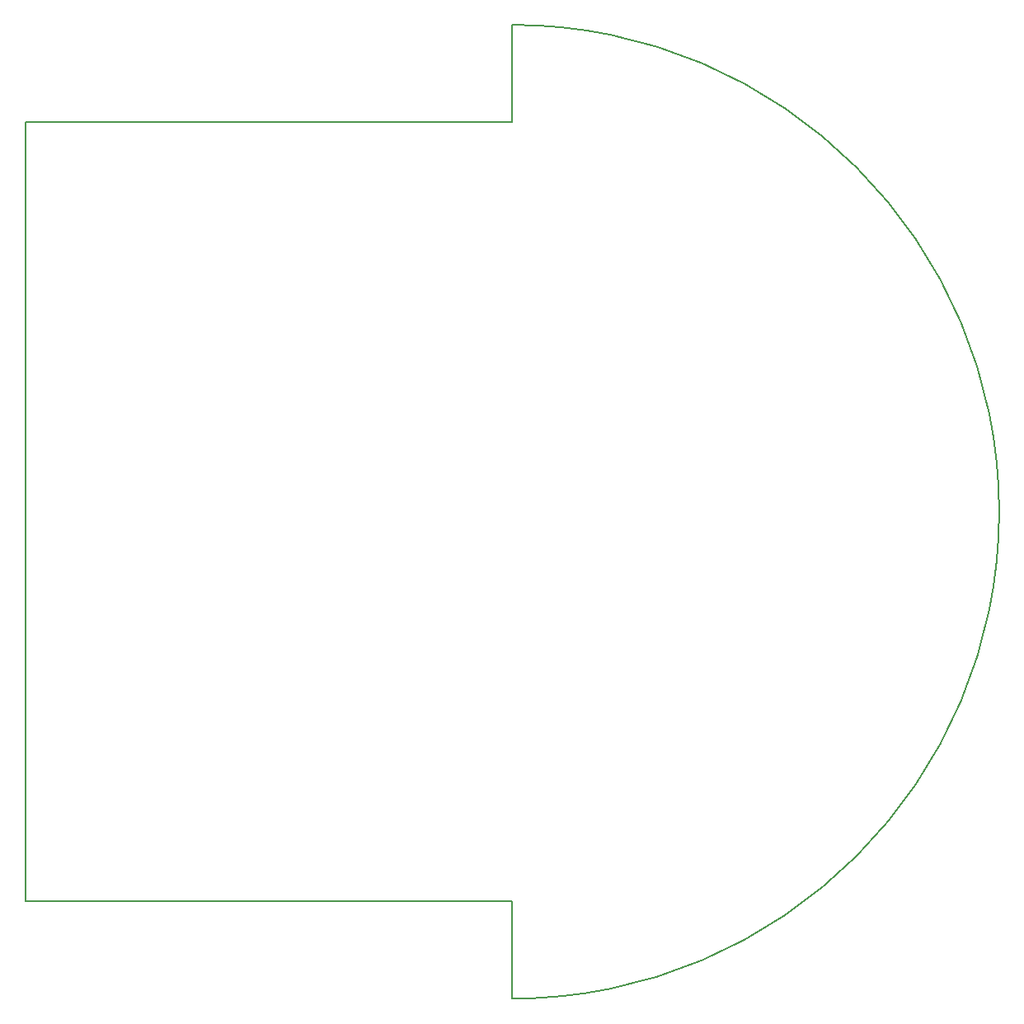
<source format=gbr>
G04 #@! TF.GenerationSoftware,KiCad,Pcbnew,(5.0.1)-3*
G04 #@! TF.CreationDate,2018-12-17T15:05:50+08:00*
G04 #@! TF.ProjectId,Micromouse_V01,4D6963726F6D6F7573655F5630312E6B,rev?*
G04 #@! TF.SameCoordinates,Original*
G04 #@! TF.FileFunction,Profile,NP*
%FSLAX46Y46*%
G04 Gerber Fmt 4.6, Leading zero omitted, Abs format (unit mm)*
G04 Created by KiCad (PCBNEW (5.0.1)-3) date 12/17/2018 3:05:50 PM*
%MOMM*%
%LPD*%
G01*
G04 APERTURE LIST*
%ADD10C,0.200000*%
%ADD11C,0.150000*%
G04 APERTURE END LIST*
D10*
X80000000Y-140000000D02*
X80000000Y-130000000D01*
D11*
X80000000Y-50000000D02*
X30000000Y-50000000D01*
D10*
X80000000Y-40000000D02*
G75*
G02X80000000Y-140000000I0J-50000000D01*
G01*
X80000000Y-50000000D02*
X80000000Y-40000000D01*
X30000000Y-130000000D02*
X30000000Y-50000000D01*
X80000000Y-130000000D02*
X30000000Y-130000000D01*
M02*

</source>
